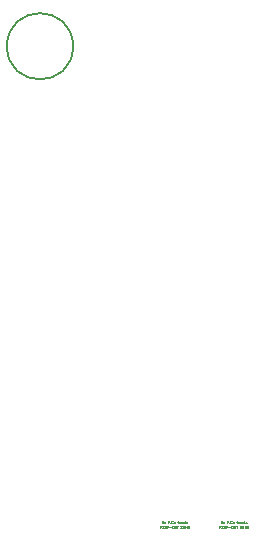
<source format=gbr>
%TF.GenerationSoftware,KiCad,Pcbnew,6.0.11-2627ca5db0~126~ubuntu20.04.1*%
%TF.CreationDate,2023-05-21T15:57:10+02:00*%
%TF.ProjectId,tux_badge,7475785f-6261-4646-9765-2e6b69636164,rev?*%
%TF.SameCoordinates,Original*%
%TF.FileFunction,Other,Comment*%
%FSLAX46Y46*%
G04 Gerber Fmt 4.6, Leading zero omitted, Abs format (unit mm)*
G04 Created by KiCad (PCBNEW 6.0.11-2627ca5db0~126~ubuntu20.04.1) date 2023-05-21 15:57:10*
%MOMM*%
%LPD*%
G01*
G04 APERTURE LIST*
%ADD10C,0.030000*%
%ADD11C,0.150000*%
G04 APERTURE END LIST*
D10*
%TO.C,SW1*%
X175387447Y-116324076D02*
X175387447Y-116124076D01*
X175501733Y-116324076D01*
X175501733Y-116124076D01*
X175625542Y-116324076D02*
X175606495Y-116314552D01*
X175596971Y-116305028D01*
X175587447Y-116285980D01*
X175587447Y-116228838D01*
X175596971Y-116209790D01*
X175606495Y-116200266D01*
X175625542Y-116190742D01*
X175654114Y-116190742D01*
X175673161Y-116200266D01*
X175682685Y-116209790D01*
X175692209Y-116228838D01*
X175692209Y-116285980D01*
X175682685Y-116305028D01*
X175673161Y-116314552D01*
X175654114Y-116324076D01*
X175625542Y-116324076D01*
X175996971Y-116219314D02*
X175930304Y-116219314D01*
X175930304Y-116324076D02*
X175930304Y-116124076D01*
X176025542Y-116124076D01*
X176101733Y-116305028D02*
X176111257Y-116314552D01*
X176101733Y-116324076D01*
X176092209Y-116314552D01*
X176101733Y-116305028D01*
X176101733Y-116324076D01*
X176311257Y-116305028D02*
X176301733Y-116314552D01*
X176273161Y-116324076D01*
X176254114Y-116324076D01*
X176225542Y-116314552D01*
X176206495Y-116295504D01*
X176196971Y-116276457D01*
X176187447Y-116238361D01*
X176187447Y-116209790D01*
X176196971Y-116171695D01*
X176206495Y-116152647D01*
X176225542Y-116133600D01*
X176254114Y-116124076D01*
X176273161Y-116124076D01*
X176301733Y-116133600D01*
X176311257Y-116143123D01*
X176482685Y-116190742D02*
X176482685Y-116324076D01*
X176396971Y-116190742D02*
X176396971Y-116295504D01*
X176406495Y-116314552D01*
X176425542Y-116324076D01*
X176454114Y-116324076D01*
X176473161Y-116314552D01*
X176482685Y-116305028D01*
X176701733Y-116190742D02*
X176777923Y-116190742D01*
X176730304Y-116124076D02*
X176730304Y-116295504D01*
X176739828Y-116314552D01*
X176758876Y-116324076D01*
X176777923Y-116324076D01*
X176844590Y-116324076D02*
X176844590Y-116190742D01*
X176844590Y-116228838D02*
X176854114Y-116209790D01*
X176863638Y-116200266D01*
X176882685Y-116190742D01*
X176901733Y-116190742D01*
X177054114Y-116324076D02*
X177054114Y-116219314D01*
X177044590Y-116200266D01*
X177025542Y-116190742D01*
X176987447Y-116190742D01*
X176968400Y-116200266D01*
X177054114Y-116314552D02*
X177035066Y-116324076D01*
X176987447Y-116324076D01*
X176968400Y-116314552D01*
X176958876Y-116295504D01*
X176958876Y-116276457D01*
X176968400Y-116257409D01*
X176987447Y-116247885D01*
X177035066Y-116247885D01*
X177054114Y-116238361D01*
X177235066Y-116314552D02*
X177216019Y-116324076D01*
X177177923Y-116324076D01*
X177158876Y-116314552D01*
X177149352Y-116305028D01*
X177139828Y-116285980D01*
X177139828Y-116228838D01*
X177149352Y-116209790D01*
X177158876Y-116200266D01*
X177177923Y-116190742D01*
X177216019Y-116190742D01*
X177235066Y-116200266D01*
X177320780Y-116324076D02*
X177320780Y-116124076D01*
X177339828Y-116247885D02*
X177396971Y-116324076D01*
X177396971Y-116190742D02*
X177320780Y-116266933D01*
X177473161Y-116314552D02*
X177492209Y-116324076D01*
X177530304Y-116324076D01*
X177549352Y-116314552D01*
X177558876Y-116295504D01*
X177558876Y-116285980D01*
X177549352Y-116266933D01*
X177530304Y-116257409D01*
X177501733Y-116257409D01*
X177482685Y-116247885D01*
X177473161Y-116228838D01*
X177473161Y-116219314D01*
X177482685Y-116200266D01*
X177501733Y-116190742D01*
X177530304Y-116190742D01*
X177549352Y-116200266D01*
X180254114Y-116724076D02*
X180254114Y-116524076D01*
X180368400Y-116724076D02*
X180282685Y-116609790D01*
X180368400Y-116524076D02*
X180254114Y-116638361D01*
X180454114Y-116619314D02*
X180520780Y-116619314D01*
X180549352Y-116724076D02*
X180454114Y-116724076D01*
X180454114Y-116524076D01*
X180549352Y-116524076D01*
X180635066Y-116619314D02*
X180701733Y-116619314D01*
X180730304Y-116724076D02*
X180635066Y-116724076D01*
X180635066Y-116524076D01*
X180730304Y-116524076D01*
X180816019Y-116724076D02*
X180816019Y-116524076D01*
X180892209Y-116524076D01*
X180911257Y-116533600D01*
X180920780Y-116543123D01*
X180930304Y-116562171D01*
X180930304Y-116590742D01*
X180920780Y-116609790D01*
X180911257Y-116619314D01*
X180892209Y-116628838D01*
X180816019Y-116628838D01*
X181016019Y-116647885D02*
X181168400Y-116647885D01*
X181301733Y-116524076D02*
X181339828Y-116524076D01*
X181358876Y-116533600D01*
X181377923Y-116552647D01*
X181387447Y-116590742D01*
X181387447Y-116657409D01*
X181377923Y-116695504D01*
X181358876Y-116714552D01*
X181339828Y-116724076D01*
X181301733Y-116724076D01*
X181282685Y-116714552D01*
X181263638Y-116695504D01*
X181254114Y-116657409D01*
X181254114Y-116590742D01*
X181263638Y-116552647D01*
X181282685Y-116533600D01*
X181301733Y-116524076D01*
X181473161Y-116524076D02*
X181473161Y-116685980D01*
X181482685Y-116705028D01*
X181492209Y-116714552D01*
X181511257Y-116724076D01*
X181549352Y-116724076D01*
X181568400Y-116714552D01*
X181577923Y-116705028D01*
X181587447Y-116685980D01*
X181587447Y-116524076D01*
X181654114Y-116524076D02*
X181768400Y-116524076D01*
X181711257Y-116724076D02*
X181711257Y-116524076D01*
X181968400Y-116524076D02*
X182101733Y-116524076D01*
X181968400Y-116724076D01*
X182101733Y-116724076D01*
X182216019Y-116524076D02*
X182254114Y-116524076D01*
X182273161Y-116533600D01*
X182292209Y-116552647D01*
X182301733Y-116590742D01*
X182301733Y-116657409D01*
X182292209Y-116695504D01*
X182273161Y-116714552D01*
X182254114Y-116724076D01*
X182216019Y-116724076D01*
X182196971Y-116714552D01*
X182177923Y-116695504D01*
X182168400Y-116657409D01*
X182168400Y-116590742D01*
X182177923Y-116552647D01*
X182196971Y-116533600D01*
X182216019Y-116524076D01*
X182387447Y-116724076D02*
X182387447Y-116524076D01*
X182501733Y-116724076D01*
X182501733Y-116524076D01*
X182596971Y-116619314D02*
X182663638Y-116619314D01*
X182692209Y-116724076D02*
X182596971Y-116724076D01*
X182596971Y-116524076D01*
X182692209Y-116524076D01*
X175254114Y-116724076D02*
X175254114Y-116524076D01*
X175368400Y-116724076D02*
X175282685Y-116609790D01*
X175368400Y-116524076D02*
X175254114Y-116638361D01*
X175454114Y-116619314D02*
X175520780Y-116619314D01*
X175549352Y-116724076D02*
X175454114Y-116724076D01*
X175454114Y-116524076D01*
X175549352Y-116524076D01*
X175635066Y-116619314D02*
X175701733Y-116619314D01*
X175730304Y-116724076D02*
X175635066Y-116724076D01*
X175635066Y-116524076D01*
X175730304Y-116524076D01*
X175816019Y-116724076D02*
X175816019Y-116524076D01*
X175892209Y-116524076D01*
X175911257Y-116533600D01*
X175920780Y-116543123D01*
X175930304Y-116562171D01*
X175930304Y-116590742D01*
X175920780Y-116609790D01*
X175911257Y-116619314D01*
X175892209Y-116628838D01*
X175816019Y-116628838D01*
X176016019Y-116647885D02*
X176168400Y-116647885D01*
X176301733Y-116524076D02*
X176339828Y-116524076D01*
X176358876Y-116533600D01*
X176377923Y-116552647D01*
X176387447Y-116590742D01*
X176387447Y-116657409D01*
X176377923Y-116695504D01*
X176358876Y-116714552D01*
X176339828Y-116724076D01*
X176301733Y-116724076D01*
X176282685Y-116714552D01*
X176263638Y-116695504D01*
X176254114Y-116657409D01*
X176254114Y-116590742D01*
X176263638Y-116552647D01*
X176282685Y-116533600D01*
X176301733Y-116524076D01*
X176473161Y-116524076D02*
X176473161Y-116685980D01*
X176482685Y-116705028D01*
X176492209Y-116714552D01*
X176511257Y-116724076D01*
X176549352Y-116724076D01*
X176568400Y-116714552D01*
X176577923Y-116705028D01*
X176587447Y-116685980D01*
X176587447Y-116524076D01*
X176654114Y-116524076D02*
X176768400Y-116524076D01*
X176711257Y-116724076D02*
X176711257Y-116524076D01*
X176968400Y-116524076D02*
X177101733Y-116524076D01*
X176968400Y-116724076D01*
X177101733Y-116724076D01*
X177216019Y-116524076D02*
X177254114Y-116524076D01*
X177273161Y-116533600D01*
X177292209Y-116552647D01*
X177301733Y-116590742D01*
X177301733Y-116657409D01*
X177292209Y-116695504D01*
X177273161Y-116714552D01*
X177254114Y-116724076D01*
X177216019Y-116724076D01*
X177196971Y-116714552D01*
X177177923Y-116695504D01*
X177168400Y-116657409D01*
X177168400Y-116590742D01*
X177177923Y-116552647D01*
X177196971Y-116533600D01*
X177216019Y-116524076D01*
X177387447Y-116724076D02*
X177387447Y-116524076D01*
X177501733Y-116724076D01*
X177501733Y-116524076D01*
X177596971Y-116619314D02*
X177663638Y-116619314D01*
X177692209Y-116724076D02*
X177596971Y-116724076D01*
X177596971Y-116524076D01*
X177692209Y-116524076D01*
X180387447Y-116324076D02*
X180387447Y-116124076D01*
X180501733Y-116324076D01*
X180501733Y-116124076D01*
X180625542Y-116324076D02*
X180606495Y-116314552D01*
X180596971Y-116305028D01*
X180587447Y-116285980D01*
X180587447Y-116228838D01*
X180596971Y-116209790D01*
X180606495Y-116200266D01*
X180625542Y-116190742D01*
X180654114Y-116190742D01*
X180673161Y-116200266D01*
X180682685Y-116209790D01*
X180692209Y-116228838D01*
X180692209Y-116285980D01*
X180682685Y-116305028D01*
X180673161Y-116314552D01*
X180654114Y-116324076D01*
X180625542Y-116324076D01*
X180996971Y-116219314D02*
X180930304Y-116219314D01*
X180930304Y-116324076D02*
X180930304Y-116124076D01*
X181025542Y-116124076D01*
X181101733Y-116305028D02*
X181111257Y-116314552D01*
X181101733Y-116324076D01*
X181092209Y-116314552D01*
X181101733Y-116305028D01*
X181101733Y-116324076D01*
X181311257Y-116305028D02*
X181301733Y-116314552D01*
X181273161Y-116324076D01*
X181254114Y-116324076D01*
X181225542Y-116314552D01*
X181206495Y-116295504D01*
X181196971Y-116276457D01*
X181187447Y-116238361D01*
X181187447Y-116209790D01*
X181196971Y-116171695D01*
X181206495Y-116152647D01*
X181225542Y-116133600D01*
X181254114Y-116124076D01*
X181273161Y-116124076D01*
X181301733Y-116133600D01*
X181311257Y-116143123D01*
X181482685Y-116190742D02*
X181482685Y-116324076D01*
X181396971Y-116190742D02*
X181396971Y-116295504D01*
X181406495Y-116314552D01*
X181425542Y-116324076D01*
X181454114Y-116324076D01*
X181473161Y-116314552D01*
X181482685Y-116305028D01*
X181701733Y-116190742D02*
X181777923Y-116190742D01*
X181730304Y-116124076D02*
X181730304Y-116295504D01*
X181739828Y-116314552D01*
X181758876Y-116324076D01*
X181777923Y-116324076D01*
X181844590Y-116324076D02*
X181844590Y-116190742D01*
X181844590Y-116228838D02*
X181854114Y-116209790D01*
X181863638Y-116200266D01*
X181882685Y-116190742D01*
X181901733Y-116190742D01*
X182054114Y-116324076D02*
X182054114Y-116219314D01*
X182044590Y-116200266D01*
X182025542Y-116190742D01*
X181987447Y-116190742D01*
X181968400Y-116200266D01*
X182054114Y-116314552D02*
X182035066Y-116324076D01*
X181987447Y-116324076D01*
X181968400Y-116314552D01*
X181958876Y-116295504D01*
X181958876Y-116276457D01*
X181968400Y-116257409D01*
X181987447Y-116247885D01*
X182035066Y-116247885D01*
X182054114Y-116238361D01*
X182235066Y-116314552D02*
X182216019Y-116324076D01*
X182177923Y-116324076D01*
X182158876Y-116314552D01*
X182149352Y-116305028D01*
X182139828Y-116285980D01*
X182139828Y-116228838D01*
X182149352Y-116209790D01*
X182158876Y-116200266D01*
X182177923Y-116190742D01*
X182216019Y-116190742D01*
X182235066Y-116200266D01*
X182320780Y-116324076D02*
X182320780Y-116124076D01*
X182339828Y-116247885D02*
X182396971Y-116324076D01*
X182396971Y-116190742D02*
X182320780Y-116266933D01*
X182473161Y-116314552D02*
X182492209Y-116324076D01*
X182530304Y-116324076D01*
X182549352Y-116314552D01*
X182558876Y-116295504D01*
X182558876Y-116285980D01*
X182549352Y-116266933D01*
X182530304Y-116257409D01*
X182501733Y-116257409D01*
X182482685Y-116247885D01*
X182473161Y-116228838D01*
X182473161Y-116219314D01*
X182482685Y-116200266D01*
X182501733Y-116190742D01*
X182530304Y-116190742D01*
X182549352Y-116200266D01*
D11*
%TO.C,REF\u002A\u002A*%
X167874600Y-75946000D02*
G75*
G03*
X167874600Y-75946000I-2800000J0D01*
G01*
%TD*%
M02*

</source>
